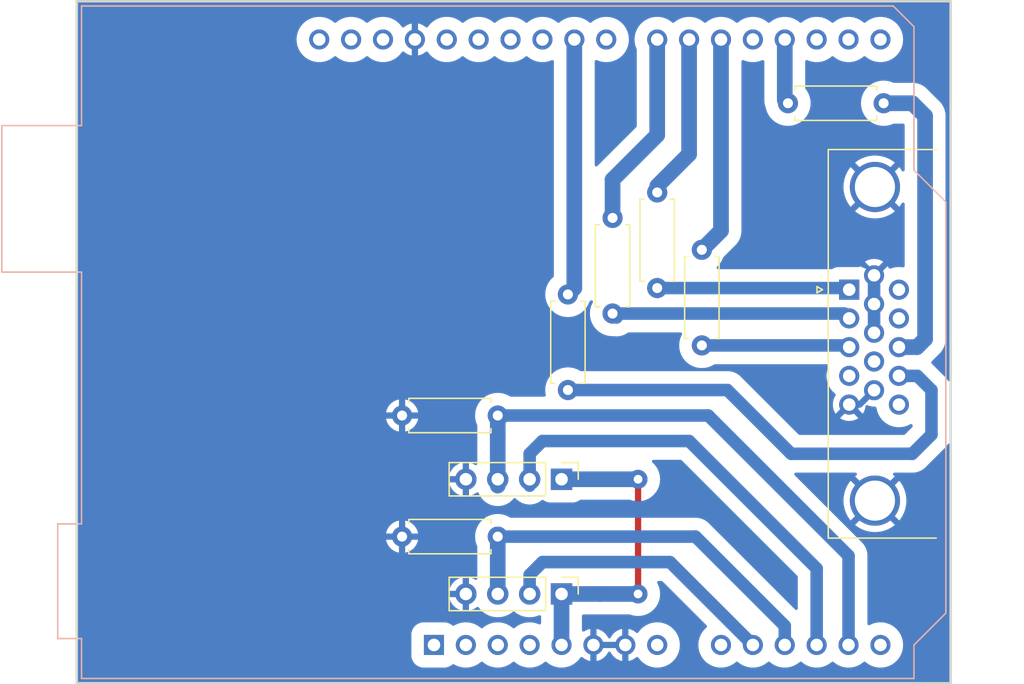
<source format=kicad_pcb>
(kicad_pcb (version 20221018) (generator pcbnew)
  (title_block (title "ARDUINO VGA GAMES") (date "2024-01-09") (rev "1") (company "E.E.S.T. N° 3 \"DOMINGO FAUSTINO SARMIENTO\"") (comment 1 "Prof. TRESER, Lucas Martín"))
  (layers (0 "F.Cu" signal) (31 "B.Cu" signal) (34 "B.Paste" user) (35 "F.Paste" user) (36 "B.SilkS" user "B.Silkscreen") (37 "F.SilkS" user "F.Silkscreen") (38 "B.Mask" user) (39 "F.Mask" user) (44 "Edge.Cuts" user))
  (net 0 "")
  (net 5 "+5V")
  (net 6 "GND")
  (net 9 "Net-(A1-A1)")
  (net 10 "Net-(A1-A2)")
  (net 11 "Net-(A1-A3)")
  (net 12 "Net-(J3-Pin_3)")
  (net 17 "Net-(A1-D3)")
  (net 19 "Net-(A1-D6)")
  (net 20 "Net-(A1-D7)")
  (net 22 "Net-(A1-D9)")
  (net 30 "Net-(J5-Pad1)")
  (net 31 "Net-(J5-Pad2)")
  (net 36 "Net-(J5-Pad13)")
  (net 37 "Net-(J5-Pad14)")
  (net 39 "Net-(A1-D5)")
  (net 40 "Net-(J5-Pad3)")
  (footprint "Connector_Dsub:DSUB-15-HD_Female_Horizontal_P2.29x1.98mm_EdgePinOffset3.03mm_Housed_MountingHolesOffset4.94mm" (layer "F.Cu") (at 173.28 93.601 90)
    (fp_text reference "J5" hide)
    (fp_text value "DSUB15" hide)
    (fp_line (start -19.8 -1.67) (end 11.17 -1.67) (stroke (width 0.12)) (layer "F.SilkS"))
    (fp_line (start -19.8 6.93) (end -19.8 -1.67) (stroke (width 0.12)) (layer "F.SilkS"))
    (fp_line (start -0.25 -2.564338) (end 0.25 -2.564338) (stroke (width 0.12)) (layer "F.SilkS"))
    (fp_line (start 0 -2.131325) (end -0.25 -2.564338) (stroke (width 0.12)) (layer "F.SilkS"))
    (fp_line (start 0.25 -2.564338) (end 0 -2.131325) (stroke (width 0.12)) (layer "F.SilkS"))
    (fp_line (start 11.17 -1.67) (end 11.17 6.93) (stroke (width 0.12)) (layer "F.SilkS"))
    (pad "0" thru_hole circle (at -16.815 2.05 90) (size 4 4) (drill 3.2) (layers "*.Cu" "*.Mask") (net 6 "GND"))
    (pad "0" thru_hole circle (at 8.185 2.05 90) (size 4 4) (drill 3.2) (layers "*.Cu" "*.Mask") (net 6 "GND"))
    (pad "1" thru_hole rect (at 0 0 90) (size 1.6 1.6) (drill 1) (layers "*.Cu" "*.Mask") (net 30 "Net-(J5-Pad1)"))
    (pad "2" thru_hole circle (at -2.29 0 90) (size 1.6 1.6) (drill 1) (layers "*.Cu" "*.Mask") (net 31 "Net-(J5-Pad2)"))
    (pad "3" thru_hole circle (at -4.58 0 90) (size 1.6 1.6) (drill 1) (layers "*.Cu" "*.Mask") (net 40 "Net-(J5-Pad3)"))
    (pad "4" thru_hole circle (at -6.87 0 90) (size 1.6 1.6) (drill 1) (layers "*.Cu" "*.Mask"))
    (pad "5" thru_hole circle (at -9.16 0 90) (size 1.6 1.6) (drill 1) (layers "*.Cu" "*.Mask") (net 6 "GND"))
    (pad "6" thru_hole circle (at 1.145 1.98 90) (size 1.6 1.6) (drill 1) (layers "*.Cu" "*.Mask") (net 6 "GND"))
    (pad "7" thru_hole circle (at -1.145 1.98 90) (size 1.6 1.6) (drill 1) (layers "*.Cu" "*.Mask") (net 6 "GND"))
    (pad "8" thru_hole circle (at -3.435 1.98 90) (size 1.6 1.6) (drill 1) (layers "*.Cu" "*.Mask") (net 6 "GND"))
    (pad "9" thru_hole circle (at -5.725 1.98 90) (size 1.6 1.6) (drill 1) (layers "*.Cu" "*.Mask"))
    (pad "10" thru_hole circle (at -8.015 1.98 90) (size 1.6 1.6) (drill 1) (layers "*.Cu" "*.Mask") (net 6 "GND"))
    (pad "11" thru_hole circle (at 0 3.96 90) (size 1.6 1.6) (drill 1) (layers "*.Cu" "*.Mask"))
    (pad "12" thru_hole circle (at -2.29 3.96 90) (size 1.6 1.6) (drill 1) (layers "*.Cu" "*.Mask"))
    (pad "13" thru_hole circle (at -4.58 3.96 90) (size 1.6 1.6) (drill 1) (layers "*.Cu" "*.Mask") (net 36 "Net-(J5-Pad13)"))
    (pad "14" thru_hole circle (at -6.87 3.96 90) (size 1.6 1.6) (drill 1) (layers "*.Cu" "*.Mask") (net 37 "Net-(J5-Pad14)"))
    (pad "15" thru_hole circle (at -9.16 3.96 90) (size 1.6 1.6) (drill 1) (layers "*.Cu" "*.Mask"))
  )
  (footprint "Resistor_THT:R_Axial_DIN0207_L6.3mm_D2.5mm_P7.62mm_Horizontal" (layer "F.Cu") (at 145.288 113.284 180)
    (fp_text reference "R5" hide)
    (fp_text value "1k8" hide)
    (fp_line (start 0.54 -1.37) (end 7.08 -1.37) (stroke (width 0.12)) (layer "F.SilkS"))
    (fp_line (start 0.54 -1.04) (end 0.54 -1.37) (stroke (width 0.12)) (layer "F.SilkS"))
    (fp_line (start 0.54 1.04) (end 0.54 1.37) (stroke (width 0.12)) (layer "F.SilkS"))
    (fp_line (start 0.54 1.37) (end 7.08 1.37) (stroke (width 0.12)) (layer "F.SilkS"))
    (fp_line (start 7.08 -1.37) (end 7.08 -1.04) (stroke (width 0.12)) (layer "F.SilkS"))
    (fp_line (start 7.08 1.37) (end 7.08 1.04) (stroke (width 0.12)) (layer "F.SilkS"))
    (pad "1" thru_hole circle (at 0 0 180) (size 1.6 1.6) (drill 0.8) (layers "*.Cu" "*.Mask") (net 10 "Net-(A1-A2)"))
    (pad "2" thru_hole oval (at 7.62 0 180) (size 1.6 1.6) (drill 0.8) (layers "*.Cu" "*.Mask") (net 6 "GND"))
  )
  (footprint "Resistor_THT:R_Axial_DIN0207_L6.3mm_D2.5mm_P7.62mm_Horizontal" (layer "F.Cu") (at 145.288 103.632 180)
    (fp_text reference "R6" hide)
    (fp_text value "1k8" hide)
    (fp_line (start 0.54 -1.37) (end 7.08 -1.37) (stroke (width 0.12)) (layer "F.SilkS"))
    (fp_line (start 0.54 -1.04) (end 0.54 -1.37) (stroke (width 0.12)) (layer "F.SilkS"))
    (fp_line (start 0.54 1.04) (end 0.54 1.37) (stroke (width 0.12)) (layer "F.SilkS"))
    (fp_line (start 0.54 1.37) (end 7.08 1.37) (stroke (width 0.12)) (layer "F.SilkS"))
    (fp_line (start 7.08 -1.37) (end 7.08 -1.04) (stroke (width 0.12)) (layer "F.SilkS"))
    (fp_line (start 7.08 1.37) (end 7.08 1.04) (stroke (width 0.12)) (layer "F.SilkS"))
    (pad "1" thru_hole circle (at 0 0 180) (size 1.6 1.6) (drill 0.8) (layers "*.Cu" "*.Mask") (net 12 "Net-(J3-Pin_3)"))
    (pad "2" thru_hole oval (at 7.62 0 180) (size 1.6 1.6) (drill 0.8) (layers "*.Cu" "*.Mask") (net 6 "GND"))
  )
  (footprint "Connector_PinHeader_2.54mm:PinHeader_1x04_P2.54mm_Vertical" (layer "F.Cu") (at 150.368 117.856 -90)
    (fp_text reference "J1" hide)
    (fp_text value "Conn_01x04_Socket" hide)
    (fp_line (start -1.33 -1.33) (end 0 -1.33) (stroke (width 0.12)) (layer "F.SilkS"))
    (fp_line (start -1.33 0) (end -1.33 -1.33) (stroke (width 0.12)) (layer "F.SilkS"))
    (fp_line (start -1.33 1.27) (end -1.33 8.95) (stroke (width 0.12)) (layer "F.SilkS"))
    (fp_line (start -1.33 1.27) (end 1.33 1.27) (stroke (width 0.12)) (layer "F.SilkS"))
    (fp_line (start -1.33 8.95) (end 1.33 8.95) (stroke (width 0.12)) (layer "F.SilkS"))
    (fp_line (start 1.33 1.27) (end 1.33 8.95) (stroke (width 0.12)) (layer "F.SilkS"))
    (pad "1" thru_hole rect (at 0 0 270) (size 1.7 1.7) (drill 1) (layers "*.Cu" "*.Mask") (net 5 "+5V"))
    (pad "2" thru_hole oval (at 0 2.54 270) (size 1.7 1.7) (drill 1) (layers "*.Cu" "*.Mask") (net 9 "Net-(A1-A1)"))
    (pad "3" thru_hole oval (at 0 5.08 270) (size 1.7 1.7) (drill 1) (layers "*.Cu" "*.Mask") (net 10 "Net-(A1-A2)"))
    (pad "4" thru_hole oval (at 0 7.62 270) (size 1.7 1.7) (drill 1) (layers "*.Cu" "*.Mask") (net 6 "GND"))
  )
  (footprint "Resistor_THT:R_Axial_DIN0207_L6.3mm_D2.5mm_P7.62mm_Horizontal" (layer "F.Cu") (at 161.544 98.044 90)
    (fp_text reference "R7" hide)
    (fp_text value "470" hide)
    (fp_line (start 0.54 -1.37) (end 7.08 -1.37) (stroke (width 0.12)) (layer "F.SilkS"))
    (fp_line (start 0.54 -1.04) (end 0.54 -1.37) (stroke (width 0.12)) (layer "F.SilkS"))
    (fp_line (start 0.54 1.04) (end 0.54 1.37) (stroke (width 0.12)) (layer "F.SilkS"))
    (fp_line (start 0.54 1.37) (end 7.08 1.37) (stroke (width 0.12)) (layer "F.SilkS"))
    (fp_line (start 7.08 -1.37) (end 7.08 -1.04) (stroke (width 0.12)) (layer "F.SilkS"))
    (fp_line (start 7.08 1.37) (end 7.08 1.04) (stroke (width 0.12)) (layer "F.SilkS"))
    (pad "1" thru_hole circle (at 0 0 90) (size 1.6 1.6) (drill 0.8) (layers "*.Cu" "*.Mask") (net 40 "Net-(J5-Pad3)"))
    (pad "2" thru_hole oval (at 7.62 0 90) (size 1.6 1.6) (drill 0.8) (layers "*.Cu" "*.Mask") (net 39 "Net-(A1-D5)"))
  )
  (footprint "Connector_PinHeader_2.54mm:PinHeader_1x04_P2.54mm_Vertical" (layer "F.Cu") (at 150.368 108.712 -90)
    (fp_text reference "J3" hide)
    (fp_text value "Conn_01x04_Socket" hide)
    (fp_line (start -1.33 -1.33) (end 0 -1.33) (stroke (width 0.12)) (layer "F.SilkS"))
    (fp_line (start -1.33 0) (end -1.33 -1.33) (stroke (width 0.12)) (layer "F.SilkS"))
    (fp_line (start -1.33 1.27) (end -1.33 8.95) (stroke (width 0.12)) (layer "F.SilkS"))
    (fp_line (start -1.33 1.27) (end 1.33 1.27) (stroke (width 0.12)) (layer "F.SilkS"))
    (fp_line (start -1.33 8.95) (end 1.33 8.95) (stroke (width 0.12)) (layer "F.SilkS"))
    (fp_line (start 1.33 1.27) (end 1.33 8.95) (stroke (width 0.12)) (layer "F.SilkS"))
    (pad "1" thru_hole rect (at 0 0 270) (size 1.7 1.7) (drill 1) (layers "*.Cu" "*.Mask") (net 5 "+5V"))
    (pad "2" thru_hole oval (at 0 2.54 270) (size 1.7 1.7) (drill 1) (layers "*.Cu" "*.Mask") (net 11 "Net-(A1-A3)"))
    (pad "3" thru_hole oval (at 0 5.08 270) (size 1.7 1.7) (drill 1) (layers "*.Cu" "*.Mask") (net 12 "Net-(J3-Pin_3)"))
    (pad "4" thru_hole oval (at 0 7.62 270) (size 1.7 1.7) (drill 1) (layers "*.Cu" "*.Mask") (net 6 "GND"))
  )
  (footprint "Resistor_THT:R_Axial_DIN0207_L6.3mm_D2.5mm_P7.62mm_Horizontal" (layer "F.Cu") (at 157.988 93.472 90)
    (fp_text reference "R2" hide)
    (fp_text value "470" hide)
    (fp_line (start 0.54 -1.37) (end 7.08 -1.37) (stroke (width 0.12)) (layer "F.SilkS"))
    (fp_line (start 0.54 -1.04) (end 0.54 -1.37) (stroke (width 0.12)) (layer "F.SilkS"))
    (fp_line (start 0.54 1.04) (end 0.54 1.37) (stroke (width 0.12)) (layer "F.SilkS"))
    (fp_line (start 0.54 1.37) (end 7.08 1.37) (stroke (width 0.12)) (layer "F.SilkS"))
    (fp_line (start 7.08 -1.37) (end 7.08 -1.04) (stroke (width 0.12)) (layer "F.SilkS"))
    (fp_line (start 7.08 1.37) (end 7.08 1.04) (stroke (width 0.12)) (layer "F.SilkS"))
    (pad "1" thru_hole circle (at 0 0 90) (size 1.6 1.6) (drill 0.8) (layers "*.Cu" "*.Mask") (net 30 "Net-(J5-Pad1)"))
    (pad "2" thru_hole oval (at 7.62 0 90) (size 1.6 1.6) (drill 0.8) (layers "*.Cu" "*.Mask") (net 19 "Net-(A1-D6)"))
  )
  (footprint "Resistor_THT:R_Axial_DIN0207_L6.3mm_D2.5mm_P7.62mm_Horizontal" (layer "F.Cu") (at 154.432 95.504 90)
    (fp_text reference "R3" hide)
    (fp_text value "470" hide)
    (fp_line (start 0.54 -1.37) (end 7.08 -1.37) (stroke (width 0.12)) (layer "F.SilkS"))
    (fp_line (start 0.54 -1.04) (end 0.54 -1.37) (stroke (width 0.12)) (layer "F.SilkS"))
    (fp_line (start 0.54 1.04) (end 0.54 1.37) (stroke (width 0.12)) (layer "F.SilkS"))
    (fp_line (start 0.54 1.37) (end 7.08 1.37) (stroke (width 0.12)) (layer "F.SilkS"))
    (fp_line (start 7.08 -1.37) (end 7.08 -1.04) (stroke (width 0.12)) (layer "F.SilkS"))
    (fp_line (start 7.08 1.37) (end 7.08 1.04) (stroke (width 0.12)) (layer "F.SilkS"))
    (pad "1" thru_hole circle (at 0 0 90) (size 1.6 1.6) (drill 0.8) (layers "*.Cu" "*.Mask") (net 31 "Net-(J5-Pad2)"))
    (pad "2" thru_hole oval (at 7.62 0 90) (size 1.6 1.6) (drill 0.8) (layers "*.Cu" "*.Mask") (net 20 "Net-(A1-D7)"))
  )
  (footprint "Resistor_THT:R_Axial_DIN0207_L6.3mm_D2.5mm_P7.62mm_Horizontal" (layer "F.Cu") (at 150.876 101.6 90)
    (fp_text reference "R4" hide)
    (fp_text value "68" hide)
    (fp_line (start 0.54 -1.37) (end 7.08 -1.37) (stroke (width 0.12)) (layer "F.SilkS"))
    (fp_line (start 0.54 -1.04) (end 0.54 -1.37) (stroke (width 0.12)) (layer "F.SilkS"))
    (fp_line (start 0.54 1.04) (end 0.54 1.37) (stroke (width 0.12)) (layer "F.SilkS"))
    (fp_line (start 0.54 1.37) (end 7.08 1.37) (stroke (width 0.12)) (layer "F.SilkS"))
    (fp_line (start 7.08 -1.37) (end 7.08 -1.04) (stroke (width 0.12)) (layer "F.SilkS"))
    (fp_line (start 7.08 1.37) (end 7.08 1.04) (stroke (width 0.12)) (layer "F.SilkS"))
    (pad "1" thru_hole circle (at 0 0 90) (size 1.6 1.6) (drill 0.8) (layers "*.Cu" "*.Mask") (net 37 "Net-(J5-Pad14)"))
    (pad "2" thru_hole oval (at 7.62 0 90) (size 1.6 1.6) (drill 0.8) (layers "*.Cu" "*.Mask") (net 22 "Net-(A1-D9)"))
  )
  (footprint "Resistor_THT:R_Axial_DIN0207_L6.3mm_D2.5mm_P7.62mm_Horizontal" (layer "F.Cu") (at 176.022 78.74 180)
    (fp_text reference "R1" hide)
    (fp_text value "68" hide)
    (fp_line (start 0.54 -1.37) (end 7.08 -1.37) (stroke (width 0.12)) (layer "F.SilkS"))
    (fp_line (start 0.54 -1.04) (end 0.54 -1.37) (stroke (width 0.12)) (layer "F.SilkS"))
    (fp_line (start 0.54 1.04) (end 0.54 1.37) (stroke (width 0.12)) (layer "F.SilkS"))
    (fp_line (start 0.54 1.37) (end 7.08 1.37) (stroke (width 0.12)) (layer "F.SilkS"))
    (fp_line (start 7.08 -1.37) (end 7.08 -1.04) (stroke (width 0.12)) (layer "F.SilkS"))
    (fp_line (start 7.08 1.37) (end 7.08 1.04) (stroke (width 0.12)) (layer "F.SilkS"))
    (pad "1" thru_hole circle (at 0 0 180) (size 1.6 1.6) (drill 0.8) (layers "*.Cu" "*.Mask") (net 36 "Net-(J5-Pad13)"))
    (pad "2" thru_hole oval (at 7.62 0 180) (size 1.6 1.6) (drill 0.8) (layers "*.Cu" "*.Mask") (net 17 "Net-(A1-D3)"))
  )
  (footprint "Module:Arduino_UNO_R3" (layer "B.Cu") (at 140.208 121.92)
    (fp_text reference "A1" hide)
    (fp_text value "Arduino UNO R3" hide)
    (fp_line (start -34.42 -41.4) (end -28.07 -41.4) (stroke (width 0.12)) (layer "B.SilkS"))
    (fp_line (start -34.42 -29.72) (end -34.42 -41.4) (stroke (width 0.12)) (layer "B.SilkS"))
    (fp_line (start -29.97 -9.65) (end -28.07 -9.65) (stroke (width 0.12)) (layer "B.SilkS"))
    (fp_line (start -29.97 -0.51) (end -29.97 -9.65) (stroke (width 0.12)) (layer "B.SilkS"))
    (fp_line (start -28.07 -50.93) (end 36.58 -50.93) (stroke (width 0.12)) (layer "B.SilkS"))
    (fp_line (start -28.07 -41.4) (end -28.07 -50.93) (stroke (width 0.12)) (layer "B.SilkS"))
    (fp_line (start -28.07 -29.72) (end -34.42 -29.72) (stroke (width 0.12)) (layer "B.SilkS"))
    (fp_line (start -28.07 -9.65) (end -28.07 -29.72) (stroke (width 0.12)) (layer "B.SilkS"))
    (fp_line (start -28.07 -0.51) (end -29.97 -0.51) (stroke (width 0.12)) (layer "B.SilkS"))
    (fp_line (start -28.07 2.67) (end -28.07 -0.51) (stroke (width 0.12)) (layer "B.SilkS"))
    (fp_line (start 36.58 -50.93) (end 38.23 -49.28) (stroke (width 0.12)) (layer "B.SilkS"))
    (fp_line (start 38.23 -49.28) (end 38.23 -37.85) (stroke (width 0.12)) (layer "B.SilkS"))
    (fp_line (start 38.23 -37.85) (end 40.77 -35.31) (stroke (width 0.12)) (layer "B.SilkS"))
    (fp_line (start 38.23 0) (end 38.23 2.67) (stroke (width 0.12)) (layer "B.SilkS"))
    (fp_line (start 38.23 2.67) (end -28.07 2.67) (stroke (width 0.12)) (layer "B.SilkS"))
    (fp_line (start 40.77 -35.31) (end 40.77 -2.54) (stroke (width 0.12)) (layer "B.SilkS"))
    (fp_line (start 40.77 -2.54) (end 38.23 0) (stroke (width 0.12)) (layer "B.SilkS"))
    (pad "1" thru_hole rect (at 0 0 270) (size 1.6 1.6) (drill 1) (layers "*.Cu" "*.Mask"))
    (pad "2" thru_hole oval (at 2.54 0 270) (size 1.6 1.6) (drill 1) (layers "*.Cu" "*.Mask"))
    (pad "3" thru_hole oval (at 5.08 0 270) (size 1.6 1.6) (drill 1) (layers "*.Cu" "*.Mask"))
    (pad "4" thru_hole oval (at 7.62 0 270) (size 1.6 1.6) (drill 1) (layers "*.Cu" "*.Mask"))
    (pad "5" thru_hole oval (at 10.16 0 270) (size 1.6 1.6) (drill 1) (layers "*.Cu" "*.Mask") (net 5 "+5V"))
    (pad "6" thru_hole oval (at 12.7 0 270) (size 1.6 1.6) (drill 1) (layers "*.Cu" "*.Mask") (net 6 "GND"))
    (pad "7" thru_hole oval (at 15.24 0 270) (size 1.6 1.6) (drill 1) (layers "*.Cu" "*.Mask") (net 6 "GND"))
    (pad "8" thru_hole oval (at 17.78 0 270) (size 1.6 1.6) (drill 1) (layers "*.Cu" "*.Mask"))
    (pad "9" thru_hole oval (at 22.86 0 270) (size 1.6 1.6) (drill 1) (layers "*.Cu" "*.Mask"))
    (pad "10" thru_hole oval (at 25.4 0 270) (size 1.6 1.6) (drill 1) (layers "*.Cu" "*.Mask") (net 9 "Net-(A1-A1)"))
    (pad "11" thru_hole oval (at 27.94 0 270) (size 1.6 1.6) (drill 1) (layers "*.Cu" "*.Mask") (net 10 "Net-(A1-A2)"))
    (pad "12" thru_hole oval (at 30.48 0 270) (size 1.6 1.6) (drill 1) (layers "*.Cu" "*.Mask") (net 11 "Net-(A1-A3)"))
    (pad "13" thru_hole oval (at 33.02 0 270) (size 1.6 1.6) (drill 1) (layers "*.Cu" "*.Mask") (net 12 "Net-(J3-Pin_3)"))
    (pad "14" thru_hole oval (at 35.56 0 270) (size 1.6 1.6) (drill 1) (layers "*.Cu" "*.Mask"))
    (pad "15" thru_hole oval (at 35.56 -48.26 270) (size 1.6 1.6) (drill 1) (layers "*.Cu" "*.Mask"))
    (pad "16" thru_hole oval (at 33.02 -48.26 270) (size 1.6 1.6) (drill 1) (layers "*.Cu" "*.Mask"))
    (pad "17" thru_hole oval (at 30.48 -48.26 270) (size 1.6 1.6) (drill 1) (layers "*.Cu" "*.Mask"))
    (pad "18" thru_hole oval (at 27.94 -48.26 270) (size 1.6 1.6) (drill 1) (layers "*.Cu" "*.Mask") (net 17 "Net-(A1-D3)"))
    (pad "19" thru_hole oval (at 25.4 -48.26 270) (size 1.6 1.6) (drill 1) (layers "*.Cu" "*.Mask"))
    (pad "20" thru_hole oval (at 22.86 -48.26 270) (size 1.6 1.6) (drill 1) (layers "*.Cu" "*.Mask") (net 39 "Net-(A1-D5)"))
    (pad "21" thru_hole oval (at 20.32 -48.26 270) (size 1.6 1.6) (drill 1) (layers "*.Cu" "*.Mask") (net 19 "Net-(A1-D6)"))
    (pad "22" thru_hole oval (at 17.78 -48.26 270) (size 1.6 1.6) (drill 1) (layers "*.Cu" "*.Mask") (net 20 "Net-(A1-D7)"))
    (pad "23" thru_hole oval (at 13.72 -48.26 270) (size 1.6 1.6) (drill 1) (layers "*.Cu" "*.Mask"))
    (pad "24" thru_hole oval (at 11.18 -48.26 270) (size 1.6 1.6) (drill 1) (layers "*.Cu" "*.Mask") (net 22 "Net-(A1-D9)"))
    (pad "25" thru_hole oval (at 8.64 -48.26 270) (size 1.6 1.6) (drill 1) (layers "*.Cu" "*.Mask"))
    (pad "26" thru_hole oval (at 6.1 -48.26 270) (size 1.6 1.6) (drill 1) (layers "*.Cu" "*.Mask"))
    (pad "27" thru_hole oval (at 3.56 -48.26 270) (size 1.6 1.6) (drill 1) (layers "*.Cu" "*.Mask"))
    (pad "28" thru_hole oval (at 1.02 -48.26 270) (size 1.6 1.6) (drill 1) (layers "*.Cu" "*.Mask"))
    (pad "29" thru_hole oval (at -1.52 -48.26 270) (size 1.6 1.6) (drill 1) (layers "*.Cu" "*.Mask") (net 6 "GND"))
    (pad "30" thru_hole oval (at -4.06 -48.26 270) (size 1.6 1.6) (drill 1) (layers "*.Cu" "*.Mask"))
    (pad "31" thru_hole oval (at -6.6 -48.26 270) (size 1.6 1.6) (drill 1) (layers "*.Cu" "*.Mask"))
    (pad "32" thru_hole oval (at -9.14 -48.26 270) (size 1.6 1.6) (drill 1) (layers "*.Cu" "*.Mask"))
  )
  (gr_rect (start 111.76 70.612) (end 181.356 124.968) (stroke (width 0.2)) (fill none) (layer "Edge.Cuts"))
  (segment (start 156.464 108.712) (end 156.464 117.855998) (width 0.5) (layer "F.Cu") (net 5))
  (segment (start 156.464 117.855998) (end 156.464002 117.856) (width 1.25) (layer "F.Cu") (net 5))
  (via (at 156.464002 117.856) (size 1.5) (drill 0.7) (layers "F.Cu" "B.Cu") (net 5))
  (via (at 156.464 108.712) (size 1.5) (drill 0.7) (layers "F.Cu" "B.Cu") (net 5))
  (segment (start 150.876 108.712) (end 156.464 108.712) (width 1.25) (layer "B.Cu") (net 5))
  (segment (start 153.416 117.856) (end 150.368002 117.856) (width 1.25) (layer "B.Cu") (net 5))
  (segment (start 153.416 117.856) (end 156.464002 117.856) (width 1.25) (layer "B.Cu") (net 5))
  (segment (start 150.368002 117.856) (end 150.368 117.856002) (width 1.25) (layer "B.Cu") (net 5))
  (segment (start 150.368 121.92) (end 150.368 117.856002) (width 1.25) (layer "B.Cu") (net 5))
  (segment (start 175.26 92.456) (end 175.26 97.036) (width 1) (layer "B.Cu") (net 6))
  (segment (start 174.115 102.761) (end 175.26 101.616) (width 0.5) (layer "B.Cu") (net 6))
  (segment (start 173.28 102.761) (end 174.115 102.761) (width 0.25) (layer "B.Cu") (net 6))
  (segment (start 147.828 116.332) (end 147.828 117.348) (width 1) (layer "B.Cu") (net 9))
  (segment (start 159.004 115.316) (end 148.844 115.316) (width 1) (layer "B.Cu") (net 9))
  (segment (start 165.608 121.92) (end 159.004 115.316) (width 1) (layer "B.Cu") (net 9))
  (segment (start 148.844 115.316) (end 147.828 116.332) (width 1) (layer "B.Cu") (net 9))
  (segment (start 168.148 120.396) (end 161.036 113.284) (width 1) (layer "B.Cu") (net 10))
  (segment (start 168.148 121.92) (end 168.148 120.396) (width 1) (layer "B.Cu") (net 10))
  (segment (start 145.288 113.284) (end 145.288 117.348) (width 1.25) (layer "B.Cu") (net 10))
  (segment (start 161.036 113.284) (end 145.288 113.284) (width 1) (layer "B.Cu") (net 10))
  (segment (start 170.688 121.92) (end 170.688 115.824) (width 1) (layer "B.Cu") (net 11))
  (segment (start 148.844 105.664) (end 147.828 106.68) (width 1) (layer "B.Cu") (net 11))
  (segment (start 147.828 106.68) (end 147.828 109.22) (width 1) (layer "B.Cu") (net 11))
  (segment (start 160.528 105.664) (end 148.844 105.664) (width 1) (layer "B.Cu") (net 11))
  (segment (start 170.688 115.824) (end 160.528 105.664) (width 1) (layer "B.Cu") (net 11))
  (segment (start 145.288 104.14) (end 145.288 105.156) (width 1.25) (layer "B.Cu") (net 12))
  (segment (start 162.052 103.632) (end 145.796 103.632) (width 1) (layer "B.Cu") (net 12))
  (segment (start 145.288 109.22) (end 145.288 105.156) (width 1.25) (layer "B.Cu") (net 12))
  (segment (start 173.228 121.92) (end 173.228 114.808) (width 1) (layer "B.Cu") (net 12))
  (segment (start 173.228 114.808) (end 162.052 103.632) (width 1) (layer "B.Cu") (net 12))
  (segment (start 145.796 103.632) (end 145.288 104.14) (width 1) (layer "B.Cu") (net 12))
  (segment (start 168.148 73.66) (end 168.148 78.486) (width 1.25) (layer "B.Cu") (net 17))
  (segment (start 160.528 82.804) (end 160.528 73.66) (width 1.25) (layer "B.Cu") (net 19))
  (segment (start 157.988 85.344) (end 160.528 82.804) (width 1.25) (layer "B.Cu") (net 19))
  (segment (start 157.988 73.66) (end 157.988 81.28) (width 1.25) (layer "B.Cu") (net 20))
  (segment (start 154.432 84.836) (end 154.432 87.884) (width 1.25) (layer "B.Cu") (net 20))
  (segment (start 157.988 81.28) (end 154.432 84.836) (width 1.25) (layer "B.Cu") (net 20))
  (segment (start 150.876 93.98) (end 151.384 93.472) (width 1.25) (layer "B.Cu") (net 22))
  (segment (start 151.384 73.664) (end 151.388 73.66) (width 0.25) (layer "B.Cu") (net 22))
  (segment (start 151.384 93.472) (end 151.384 73.664) (width 1.25) (layer "B.Cu") (net 22))
  (segment (start 157.988 93.472) (end 173.151 93.472) (width 1) (layer "B.Cu") (net 30))
  (segment (start 173.151 93.472) (end 173.28 93.601) (width 1) (layer "B.Cu") (net 30))
  (segment (start 158.045 93.529) (end 157.988 93.472) (width 1) (layer "B.Cu") (net 30))
  (segment (start 154.432 95.504) (end 172.893 95.504) (width 1) (layer "B.Cu") (net 31))
  (segment (start 172.893 95.504) (end 173.28 95.891) (width 1) (layer "B.Cu") (net 31))
  (segment (start 154.747 95.819) (end 154.432 95.504) (width 1) (layer "B.Cu") (net 31))
  (segment (start 179.324 79.756) (end 179.324 97.536) (width 1.25) (layer "B.Cu") (net 36))
  (segment (start 178.308 78.74) (end 179.324 79.756) (width 1.25) (layer "B.Cu") (net 36))
  (segment (start 176.022 78.74) (end 178.308 78.74) (width 1.25) (layer "B.Cu") (net 36))
  (segment (start 178.679 98.181) (end 177.24 98.181) (width 1.25) (layer "B.Cu") (net 36))
  (segment (start 179.324 97.536) (end 178.679 98.181) (width 1.25) (layer "B.Cu") (net 36))
  (segment (start 178.703 100.471) (end 177.24 100.471) (width 1) (layer "B.Cu") (net 37))
  (segment (start 150.876 101.6) (end 163.576 101.6) (width 1) (layer "B.Cu") (net 37))
  (segment (start 179.832 101.6) (end 178.703 100.471) (width 1) (layer "B.Cu") (net 37))
  (segment (start 179.832 105.156) (end 179.832 101.6) (width 1) (layer "B.Cu") (net 37))
  (segment (start 178.308 106.68) (end 179.832 105.156) (width 1) (layer "B.Cu") (net 37))
  (segment (start 163.576 101.6) (end 168.656 106.68) (width 1) (layer "B.Cu") (net 37))
  (segment (start 168.656 106.68) (end 178.308 106.68) (width 1) (layer "B.Cu") (net 37))
  (segment (start 163.068 88.9) (end 161.544 90.424) (width 1.25) (layer "B.Cu") (net 39))
  (segment (start 163.068 73.66) (end 163.068 88.9) (width 1.25) (layer "B.Cu") (net 39))
  (segment (start 173.143 98.044) (end 173.28 98.181) (width 1) (layer "B.Cu") (net 40))
  (segment (start 161.609 98.109) (end 161.544 98.044) (width 1) (layer "B.Cu") (net 40))
  (segment (start 161.544 98.044) (end 173.143 98.044) (width 1) (layer "B.Cu") (net 40))
  (zone (net 6) (net_name "GND") (layer "B.Cu") (connect_pads (clearance 1)) (min_thickness 0.25) (fill yes (thermal_gap 0.5) (thermal_bridge_width 0.5))
    (polygon (pts (xy 111.76 70.612) (xy 181.356 70.612) (xy 181.356 124.968) (xy 111.76 124.968)))
  )
)
</source>
